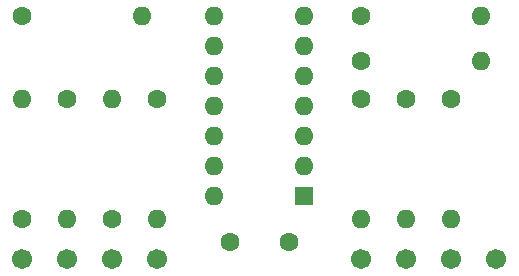
<source format=gbr>
%TF.GenerationSoftware,KiCad,Pcbnew,8.0.1*%
%TF.CreationDate,2024-04-06T14:18:41+01:00*%
%TF.ProjectId,RemoteStartInterface,52656d6f-7465-4537-9461-7274496e7465,rev?*%
%TF.SameCoordinates,Original*%
%TF.FileFunction,Soldermask,Bot*%
%TF.FilePolarity,Negative*%
%FSLAX46Y46*%
G04 Gerber Fmt 4.6, Leading zero omitted, Abs format (unit mm)*
G04 Created by KiCad (PCBNEW 8.0.1) date 2024-04-06 14:18:41*
%MOMM*%
%LPD*%
G01*
G04 APERTURE LIST*
%ADD10C,1.600000*%
%ADD11O,1.600000X1.600000*%
%ADD12R,1.600000X1.600000*%
%ADD13C,1.701800*%
G04 APERTURE END LIST*
D10*
%TO.C,R4*%
X43136000Y-5385000D03*
D11*
X53296000Y-5385000D03*
%TD*%
D12*
%TO.C,U1*%
X38300000Y-20625000D03*
D11*
X38300000Y-18085000D03*
X38300000Y-15545000D03*
X38300000Y-13005000D03*
X38300000Y-10465000D03*
X38300000Y-7925000D03*
X38300000Y-5385000D03*
X30680000Y-5385000D03*
X30680000Y-7925000D03*
X30680000Y-10465000D03*
X30680000Y-13005000D03*
X30680000Y-15545000D03*
X30680000Y-18085000D03*
X30680000Y-20625000D03*
%TD*%
D10*
%TO.C,R6*%
X43136000Y-12420000D03*
D11*
X43136000Y-22580000D03*
%TD*%
D13*
%TO.C,J2*%
X43135900Y-26000000D03*
X46945900Y-26000000D03*
X50755900Y-26000000D03*
X54565900Y-26000000D03*
%TD*%
D10*
%TO.C,R9*%
X14434000Y-22580000D03*
D11*
X14434000Y-12420000D03*
%TD*%
D10*
%TO.C,R5*%
X43136000Y-9195000D03*
D11*
X53296000Y-9195000D03*
%TD*%
D10*
%TO.C,C1*%
X37000000Y-24500000D03*
X32000000Y-24500000D03*
%TD*%
%TO.C,R1*%
X22054000Y-22580000D03*
D11*
X22054000Y-12420000D03*
%TD*%
D10*
%TO.C,R3*%
X14434000Y-5385000D03*
D11*
X24594000Y-5385000D03*
%TD*%
D10*
%TO.C,R2*%
X25864000Y-12420000D03*
D11*
X25864000Y-22580000D03*
%TD*%
D10*
%TO.C,R10*%
X18244000Y-12420000D03*
D11*
X18244000Y-22580000D03*
%TD*%
D13*
%TO.C,J1*%
X14433900Y-26000000D03*
X18243900Y-26000000D03*
X22053900Y-26000000D03*
X25863900Y-26000000D03*
%TD*%
D10*
%TO.C,R7*%
X46946000Y-12420000D03*
D11*
X46946000Y-22580000D03*
%TD*%
D10*
%TO.C,R8*%
X50756000Y-12420000D03*
D11*
X50756000Y-22580000D03*
%TD*%
M02*

</source>
